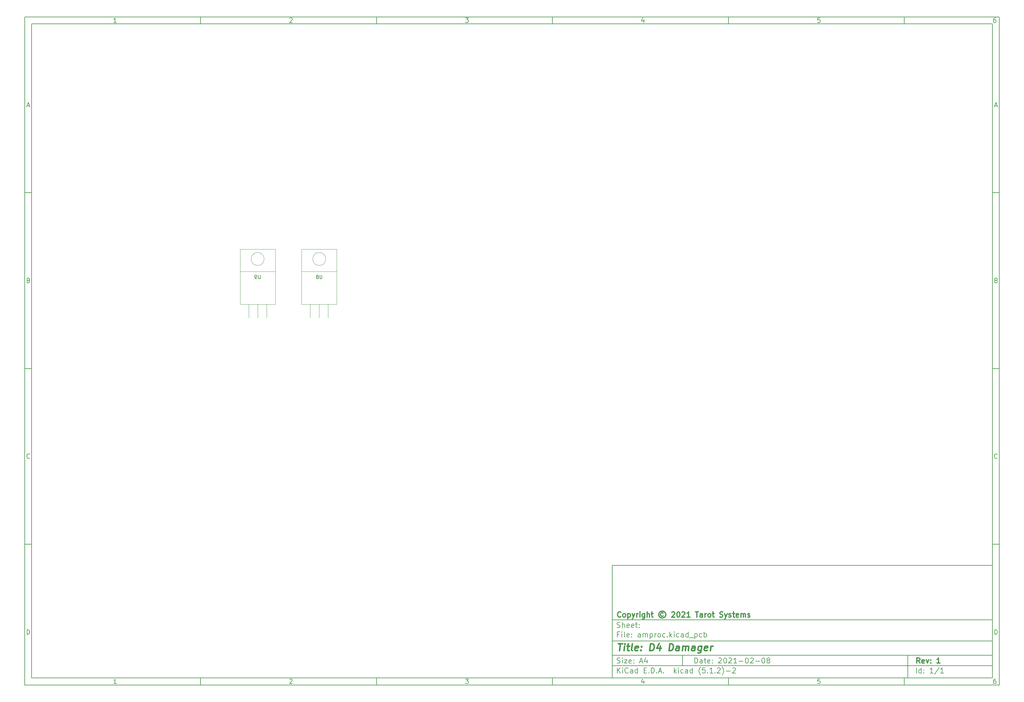
<source format=gbr>
G04 #@! TF.GenerationSoftware,KiCad,Pcbnew,(5.1.2)-2*
G04 #@! TF.CreationDate,2021-02-08T23:51:54+00:00*
G04 #@! TF.ProjectId,amproc,616d7072-6f63-42e6-9b69-6361645f7063,1*
G04 #@! TF.SameCoordinates,PX42c1d80PY7bfa480*
G04 #@! TF.FileFunction,Other,Fab,Bot*
%FSLAX46Y46*%
G04 Gerber Fmt 4.6, Leading zero omitted, Abs format (unit mm)*
G04 Created by KiCad (PCBNEW (5.1.2)-2) date 2021-02-08 23:51:54*
%MOMM*%
%LPD*%
G04 APERTURE LIST*
%ADD10C,0.100000*%
%ADD11C,0.150000*%
%ADD12C,0.300000*%
%ADD13C,0.400000*%
G04 APERTURE END LIST*
D10*
D11*
X107002200Y-36007200D02*
X107002200Y-68007200D01*
X215002200Y-68007200D01*
X215002200Y-36007200D01*
X107002200Y-36007200D01*
D10*
D11*
X-60000000Y120000000D02*
X-60000000Y-70007200D01*
X217002200Y-70007200D01*
X217002200Y120000000D01*
X-60000000Y120000000D01*
D10*
D11*
X-58000000Y118000000D02*
X-58000000Y-68007200D01*
X215002200Y-68007200D01*
X215002200Y118000000D01*
X-58000000Y118000000D01*
D10*
D11*
X-10000000Y118000000D02*
X-10000000Y120000000D01*
D10*
D11*
X40000000Y118000000D02*
X40000000Y120000000D01*
D10*
D11*
X90000000Y118000000D02*
X90000000Y120000000D01*
D10*
D11*
X140000000Y118000000D02*
X140000000Y120000000D01*
D10*
D11*
X190000000Y118000000D02*
X190000000Y120000000D01*
D10*
D11*
X-33934524Y118411905D02*
X-34677381Y118411905D01*
X-34305953Y118411905D02*
X-34305953Y119711905D01*
X-34429762Y119526191D01*
X-34553572Y119402381D01*
X-34677381Y119340477D01*
D10*
D11*
X15322619Y119588096D02*
X15384523Y119650000D01*
X15508333Y119711905D01*
X15817857Y119711905D01*
X15941666Y119650000D01*
X16003571Y119588096D01*
X16065476Y119464286D01*
X16065476Y119340477D01*
X16003571Y119154762D01*
X15260714Y118411905D01*
X16065476Y118411905D01*
D10*
D11*
X65260714Y119711905D02*
X66065476Y119711905D01*
X65632142Y119216667D01*
X65817857Y119216667D01*
X65941666Y119154762D01*
X66003571Y119092858D01*
X66065476Y118969048D01*
X66065476Y118659524D01*
X66003571Y118535715D01*
X65941666Y118473810D01*
X65817857Y118411905D01*
X65446428Y118411905D01*
X65322619Y118473810D01*
X65260714Y118535715D01*
D10*
D11*
X115941666Y119278572D02*
X115941666Y118411905D01*
X115632142Y119773810D02*
X115322619Y118845239D01*
X116127380Y118845239D01*
D10*
D11*
X166003571Y119711905D02*
X165384523Y119711905D01*
X165322619Y119092858D01*
X165384523Y119154762D01*
X165508333Y119216667D01*
X165817857Y119216667D01*
X165941666Y119154762D01*
X166003571Y119092858D01*
X166065476Y118969048D01*
X166065476Y118659524D01*
X166003571Y118535715D01*
X165941666Y118473810D01*
X165817857Y118411905D01*
X165508333Y118411905D01*
X165384523Y118473810D01*
X165322619Y118535715D01*
D10*
D11*
X215941666Y119711905D02*
X215694047Y119711905D01*
X215570238Y119650000D01*
X215508333Y119588096D01*
X215384523Y119402381D01*
X215322619Y119154762D01*
X215322619Y118659524D01*
X215384523Y118535715D01*
X215446428Y118473810D01*
X215570238Y118411905D01*
X215817857Y118411905D01*
X215941666Y118473810D01*
X216003571Y118535715D01*
X216065476Y118659524D01*
X216065476Y118969048D01*
X216003571Y119092858D01*
X215941666Y119154762D01*
X215817857Y119216667D01*
X215570238Y119216667D01*
X215446428Y119154762D01*
X215384523Y119092858D01*
X215322619Y118969048D01*
D10*
D11*
X-10000000Y-68007200D02*
X-10000000Y-70007200D01*
D10*
D11*
X40000000Y-68007200D02*
X40000000Y-70007200D01*
D10*
D11*
X90000000Y-68007200D02*
X90000000Y-70007200D01*
D10*
D11*
X140000000Y-68007200D02*
X140000000Y-70007200D01*
D10*
D11*
X190000000Y-68007200D02*
X190000000Y-70007200D01*
D10*
D11*
X-33934524Y-69595295D02*
X-34677381Y-69595295D01*
X-34305953Y-69595295D02*
X-34305953Y-68295295D01*
X-34429762Y-68481009D01*
X-34553572Y-68604819D01*
X-34677381Y-68666723D01*
D10*
D11*
X15322619Y-68419104D02*
X15384523Y-68357200D01*
X15508333Y-68295295D01*
X15817857Y-68295295D01*
X15941666Y-68357200D01*
X16003571Y-68419104D01*
X16065476Y-68542914D01*
X16065476Y-68666723D01*
X16003571Y-68852438D01*
X15260714Y-69595295D01*
X16065476Y-69595295D01*
D10*
D11*
X65260714Y-68295295D02*
X66065476Y-68295295D01*
X65632142Y-68790533D01*
X65817857Y-68790533D01*
X65941666Y-68852438D01*
X66003571Y-68914342D01*
X66065476Y-69038152D01*
X66065476Y-69347676D01*
X66003571Y-69471485D01*
X65941666Y-69533390D01*
X65817857Y-69595295D01*
X65446428Y-69595295D01*
X65322619Y-69533390D01*
X65260714Y-69471485D01*
D10*
D11*
X115941666Y-68728628D02*
X115941666Y-69595295D01*
X115632142Y-68233390D02*
X115322619Y-69161961D01*
X116127380Y-69161961D01*
D10*
D11*
X166003571Y-68295295D02*
X165384523Y-68295295D01*
X165322619Y-68914342D01*
X165384523Y-68852438D01*
X165508333Y-68790533D01*
X165817857Y-68790533D01*
X165941666Y-68852438D01*
X166003571Y-68914342D01*
X166065476Y-69038152D01*
X166065476Y-69347676D01*
X166003571Y-69471485D01*
X165941666Y-69533390D01*
X165817857Y-69595295D01*
X165508333Y-69595295D01*
X165384523Y-69533390D01*
X165322619Y-69471485D01*
D10*
D11*
X215941666Y-68295295D02*
X215694047Y-68295295D01*
X215570238Y-68357200D01*
X215508333Y-68419104D01*
X215384523Y-68604819D01*
X215322619Y-68852438D01*
X215322619Y-69347676D01*
X215384523Y-69471485D01*
X215446428Y-69533390D01*
X215570238Y-69595295D01*
X215817857Y-69595295D01*
X215941666Y-69533390D01*
X216003571Y-69471485D01*
X216065476Y-69347676D01*
X216065476Y-69038152D01*
X216003571Y-68914342D01*
X215941666Y-68852438D01*
X215817857Y-68790533D01*
X215570238Y-68790533D01*
X215446428Y-68852438D01*
X215384523Y-68914342D01*
X215322619Y-69038152D01*
D10*
D11*
X-60000000Y70000000D02*
X-58000000Y70000000D01*
D10*
D11*
X-60000000Y20000000D02*
X-58000000Y20000000D01*
D10*
D11*
X-60000000Y-30000000D02*
X-58000000Y-30000000D01*
D10*
D11*
X-59309524Y94783334D02*
X-58690477Y94783334D01*
X-59433334Y94411905D02*
X-59000000Y95711905D01*
X-58566667Y94411905D01*
D10*
D11*
X-58907143Y45092858D02*
X-58721429Y45030953D01*
X-58659524Y44969048D01*
X-58597620Y44845239D01*
X-58597620Y44659524D01*
X-58659524Y44535715D01*
X-58721429Y44473810D01*
X-58845239Y44411905D01*
X-59340477Y44411905D01*
X-59340477Y45711905D01*
X-58907143Y45711905D01*
X-58783334Y45650000D01*
X-58721429Y45588096D01*
X-58659524Y45464286D01*
X-58659524Y45340477D01*
X-58721429Y45216667D01*
X-58783334Y45154762D01*
X-58907143Y45092858D01*
X-59340477Y45092858D01*
D10*
D11*
X-58597620Y-5464285D02*
X-58659524Y-5526190D01*
X-58845239Y-5588095D01*
X-58969048Y-5588095D01*
X-59154762Y-5526190D01*
X-59278572Y-5402380D01*
X-59340477Y-5278571D01*
X-59402381Y-5030952D01*
X-59402381Y-4845238D01*
X-59340477Y-4597619D01*
X-59278572Y-4473809D01*
X-59154762Y-4350000D01*
X-58969048Y-4288095D01*
X-58845239Y-4288095D01*
X-58659524Y-4350000D01*
X-58597620Y-4411904D01*
D10*
D11*
X-59340477Y-55588095D02*
X-59340477Y-54288095D01*
X-59030953Y-54288095D01*
X-58845239Y-54350000D01*
X-58721429Y-54473809D01*
X-58659524Y-54597619D01*
X-58597620Y-54845238D01*
X-58597620Y-55030952D01*
X-58659524Y-55278571D01*
X-58721429Y-55402380D01*
X-58845239Y-55526190D01*
X-59030953Y-55588095D01*
X-59340477Y-55588095D01*
D10*
D11*
X217002200Y70000000D02*
X215002200Y70000000D01*
D10*
D11*
X217002200Y20000000D02*
X215002200Y20000000D01*
D10*
D11*
X217002200Y-30000000D02*
X215002200Y-30000000D01*
D10*
D11*
X215692676Y94783334D02*
X216311723Y94783334D01*
X215568866Y94411905D02*
X216002200Y95711905D01*
X216435533Y94411905D01*
D10*
D11*
X216095057Y45092858D02*
X216280771Y45030953D01*
X216342676Y44969048D01*
X216404580Y44845239D01*
X216404580Y44659524D01*
X216342676Y44535715D01*
X216280771Y44473810D01*
X216156961Y44411905D01*
X215661723Y44411905D01*
X215661723Y45711905D01*
X216095057Y45711905D01*
X216218866Y45650000D01*
X216280771Y45588096D01*
X216342676Y45464286D01*
X216342676Y45340477D01*
X216280771Y45216667D01*
X216218866Y45154762D01*
X216095057Y45092858D01*
X215661723Y45092858D01*
D10*
D11*
X216404580Y-5464285D02*
X216342676Y-5526190D01*
X216156961Y-5588095D01*
X216033152Y-5588095D01*
X215847438Y-5526190D01*
X215723628Y-5402380D01*
X215661723Y-5278571D01*
X215599819Y-5030952D01*
X215599819Y-4845238D01*
X215661723Y-4597619D01*
X215723628Y-4473809D01*
X215847438Y-4350000D01*
X216033152Y-4288095D01*
X216156961Y-4288095D01*
X216342676Y-4350000D01*
X216404580Y-4411904D01*
D10*
D11*
X215661723Y-55588095D02*
X215661723Y-54288095D01*
X215971247Y-54288095D01*
X216156961Y-54350000D01*
X216280771Y-54473809D01*
X216342676Y-54597619D01*
X216404580Y-54845238D01*
X216404580Y-55030952D01*
X216342676Y-55278571D01*
X216280771Y-55402380D01*
X216156961Y-55526190D01*
X215971247Y-55588095D01*
X215661723Y-55588095D01*
D10*
D11*
X130434342Y-63785771D02*
X130434342Y-62285771D01*
X130791485Y-62285771D01*
X131005771Y-62357200D01*
X131148628Y-62500057D01*
X131220057Y-62642914D01*
X131291485Y-62928628D01*
X131291485Y-63142914D01*
X131220057Y-63428628D01*
X131148628Y-63571485D01*
X131005771Y-63714342D01*
X130791485Y-63785771D01*
X130434342Y-63785771D01*
X132577200Y-63785771D02*
X132577200Y-63000057D01*
X132505771Y-62857200D01*
X132362914Y-62785771D01*
X132077200Y-62785771D01*
X131934342Y-62857200D01*
X132577200Y-63714342D02*
X132434342Y-63785771D01*
X132077200Y-63785771D01*
X131934342Y-63714342D01*
X131862914Y-63571485D01*
X131862914Y-63428628D01*
X131934342Y-63285771D01*
X132077200Y-63214342D01*
X132434342Y-63214342D01*
X132577200Y-63142914D01*
X133077200Y-62785771D02*
X133648628Y-62785771D01*
X133291485Y-62285771D02*
X133291485Y-63571485D01*
X133362914Y-63714342D01*
X133505771Y-63785771D01*
X133648628Y-63785771D01*
X134720057Y-63714342D02*
X134577200Y-63785771D01*
X134291485Y-63785771D01*
X134148628Y-63714342D01*
X134077200Y-63571485D01*
X134077200Y-63000057D01*
X134148628Y-62857200D01*
X134291485Y-62785771D01*
X134577200Y-62785771D01*
X134720057Y-62857200D01*
X134791485Y-63000057D01*
X134791485Y-63142914D01*
X134077200Y-63285771D01*
X135434342Y-63642914D02*
X135505771Y-63714342D01*
X135434342Y-63785771D01*
X135362914Y-63714342D01*
X135434342Y-63642914D01*
X135434342Y-63785771D01*
X135434342Y-62857200D02*
X135505771Y-62928628D01*
X135434342Y-63000057D01*
X135362914Y-62928628D01*
X135434342Y-62857200D01*
X135434342Y-63000057D01*
X137220057Y-62428628D02*
X137291485Y-62357200D01*
X137434342Y-62285771D01*
X137791485Y-62285771D01*
X137934342Y-62357200D01*
X138005771Y-62428628D01*
X138077200Y-62571485D01*
X138077200Y-62714342D01*
X138005771Y-62928628D01*
X137148628Y-63785771D01*
X138077200Y-63785771D01*
X139005771Y-62285771D02*
X139148628Y-62285771D01*
X139291485Y-62357200D01*
X139362914Y-62428628D01*
X139434342Y-62571485D01*
X139505771Y-62857200D01*
X139505771Y-63214342D01*
X139434342Y-63500057D01*
X139362914Y-63642914D01*
X139291485Y-63714342D01*
X139148628Y-63785771D01*
X139005771Y-63785771D01*
X138862914Y-63714342D01*
X138791485Y-63642914D01*
X138720057Y-63500057D01*
X138648628Y-63214342D01*
X138648628Y-62857200D01*
X138720057Y-62571485D01*
X138791485Y-62428628D01*
X138862914Y-62357200D01*
X139005771Y-62285771D01*
X140077200Y-62428628D02*
X140148628Y-62357200D01*
X140291485Y-62285771D01*
X140648628Y-62285771D01*
X140791485Y-62357200D01*
X140862914Y-62428628D01*
X140934342Y-62571485D01*
X140934342Y-62714342D01*
X140862914Y-62928628D01*
X140005771Y-63785771D01*
X140934342Y-63785771D01*
X142362914Y-63785771D02*
X141505771Y-63785771D01*
X141934342Y-63785771D02*
X141934342Y-62285771D01*
X141791485Y-62500057D01*
X141648628Y-62642914D01*
X141505771Y-62714342D01*
X143005771Y-63214342D02*
X144148628Y-63214342D01*
X145148628Y-62285771D02*
X145291485Y-62285771D01*
X145434342Y-62357200D01*
X145505771Y-62428628D01*
X145577200Y-62571485D01*
X145648628Y-62857200D01*
X145648628Y-63214342D01*
X145577200Y-63500057D01*
X145505771Y-63642914D01*
X145434342Y-63714342D01*
X145291485Y-63785771D01*
X145148628Y-63785771D01*
X145005771Y-63714342D01*
X144934342Y-63642914D01*
X144862914Y-63500057D01*
X144791485Y-63214342D01*
X144791485Y-62857200D01*
X144862914Y-62571485D01*
X144934342Y-62428628D01*
X145005771Y-62357200D01*
X145148628Y-62285771D01*
X146220057Y-62428628D02*
X146291485Y-62357200D01*
X146434342Y-62285771D01*
X146791485Y-62285771D01*
X146934342Y-62357200D01*
X147005771Y-62428628D01*
X147077200Y-62571485D01*
X147077200Y-62714342D01*
X147005771Y-62928628D01*
X146148628Y-63785771D01*
X147077200Y-63785771D01*
X147720057Y-63214342D02*
X148862914Y-63214342D01*
X149862914Y-62285771D02*
X150005771Y-62285771D01*
X150148628Y-62357200D01*
X150220057Y-62428628D01*
X150291485Y-62571485D01*
X150362914Y-62857200D01*
X150362914Y-63214342D01*
X150291485Y-63500057D01*
X150220057Y-63642914D01*
X150148628Y-63714342D01*
X150005771Y-63785771D01*
X149862914Y-63785771D01*
X149720057Y-63714342D01*
X149648628Y-63642914D01*
X149577200Y-63500057D01*
X149505771Y-63214342D01*
X149505771Y-62857200D01*
X149577200Y-62571485D01*
X149648628Y-62428628D01*
X149720057Y-62357200D01*
X149862914Y-62285771D01*
X151220057Y-62928628D02*
X151077200Y-62857200D01*
X151005771Y-62785771D01*
X150934342Y-62642914D01*
X150934342Y-62571485D01*
X151005771Y-62428628D01*
X151077200Y-62357200D01*
X151220057Y-62285771D01*
X151505771Y-62285771D01*
X151648628Y-62357200D01*
X151720057Y-62428628D01*
X151791485Y-62571485D01*
X151791485Y-62642914D01*
X151720057Y-62785771D01*
X151648628Y-62857200D01*
X151505771Y-62928628D01*
X151220057Y-62928628D01*
X151077200Y-63000057D01*
X151005771Y-63071485D01*
X150934342Y-63214342D01*
X150934342Y-63500057D01*
X151005771Y-63642914D01*
X151077200Y-63714342D01*
X151220057Y-63785771D01*
X151505771Y-63785771D01*
X151648628Y-63714342D01*
X151720057Y-63642914D01*
X151791485Y-63500057D01*
X151791485Y-63214342D01*
X151720057Y-63071485D01*
X151648628Y-63000057D01*
X151505771Y-62928628D01*
D10*
D11*
X107002200Y-64507200D02*
X215002200Y-64507200D01*
D10*
D11*
X108434342Y-66585771D02*
X108434342Y-65085771D01*
X109291485Y-66585771D02*
X108648628Y-65728628D01*
X109291485Y-65085771D02*
X108434342Y-65942914D01*
X109934342Y-66585771D02*
X109934342Y-65585771D01*
X109934342Y-65085771D02*
X109862914Y-65157200D01*
X109934342Y-65228628D01*
X110005771Y-65157200D01*
X109934342Y-65085771D01*
X109934342Y-65228628D01*
X111505771Y-66442914D02*
X111434342Y-66514342D01*
X111220057Y-66585771D01*
X111077200Y-66585771D01*
X110862914Y-66514342D01*
X110720057Y-66371485D01*
X110648628Y-66228628D01*
X110577200Y-65942914D01*
X110577200Y-65728628D01*
X110648628Y-65442914D01*
X110720057Y-65300057D01*
X110862914Y-65157200D01*
X111077200Y-65085771D01*
X111220057Y-65085771D01*
X111434342Y-65157200D01*
X111505771Y-65228628D01*
X112791485Y-66585771D02*
X112791485Y-65800057D01*
X112720057Y-65657200D01*
X112577200Y-65585771D01*
X112291485Y-65585771D01*
X112148628Y-65657200D01*
X112791485Y-66514342D02*
X112648628Y-66585771D01*
X112291485Y-66585771D01*
X112148628Y-66514342D01*
X112077200Y-66371485D01*
X112077200Y-66228628D01*
X112148628Y-66085771D01*
X112291485Y-66014342D01*
X112648628Y-66014342D01*
X112791485Y-65942914D01*
X114148628Y-66585771D02*
X114148628Y-65085771D01*
X114148628Y-66514342D02*
X114005771Y-66585771D01*
X113720057Y-66585771D01*
X113577200Y-66514342D01*
X113505771Y-66442914D01*
X113434342Y-66300057D01*
X113434342Y-65871485D01*
X113505771Y-65728628D01*
X113577200Y-65657200D01*
X113720057Y-65585771D01*
X114005771Y-65585771D01*
X114148628Y-65657200D01*
X116005771Y-65800057D02*
X116505771Y-65800057D01*
X116720057Y-66585771D02*
X116005771Y-66585771D01*
X116005771Y-65085771D01*
X116720057Y-65085771D01*
X117362914Y-66442914D02*
X117434342Y-66514342D01*
X117362914Y-66585771D01*
X117291485Y-66514342D01*
X117362914Y-66442914D01*
X117362914Y-66585771D01*
X118077200Y-66585771D02*
X118077200Y-65085771D01*
X118434342Y-65085771D01*
X118648628Y-65157200D01*
X118791485Y-65300057D01*
X118862914Y-65442914D01*
X118934342Y-65728628D01*
X118934342Y-65942914D01*
X118862914Y-66228628D01*
X118791485Y-66371485D01*
X118648628Y-66514342D01*
X118434342Y-66585771D01*
X118077200Y-66585771D01*
X119577200Y-66442914D02*
X119648628Y-66514342D01*
X119577200Y-66585771D01*
X119505771Y-66514342D01*
X119577200Y-66442914D01*
X119577200Y-66585771D01*
X120220057Y-66157200D02*
X120934342Y-66157200D01*
X120077200Y-66585771D02*
X120577200Y-65085771D01*
X121077200Y-66585771D01*
X121577200Y-66442914D02*
X121648628Y-66514342D01*
X121577200Y-66585771D01*
X121505771Y-66514342D01*
X121577200Y-66442914D01*
X121577200Y-66585771D01*
X124577200Y-66585771D02*
X124577200Y-65085771D01*
X124720057Y-66014342D02*
X125148628Y-66585771D01*
X125148628Y-65585771D02*
X124577200Y-66157200D01*
X125791485Y-66585771D02*
X125791485Y-65585771D01*
X125791485Y-65085771D02*
X125720057Y-65157200D01*
X125791485Y-65228628D01*
X125862914Y-65157200D01*
X125791485Y-65085771D01*
X125791485Y-65228628D01*
X127148628Y-66514342D02*
X127005771Y-66585771D01*
X126720057Y-66585771D01*
X126577200Y-66514342D01*
X126505771Y-66442914D01*
X126434342Y-66300057D01*
X126434342Y-65871485D01*
X126505771Y-65728628D01*
X126577200Y-65657200D01*
X126720057Y-65585771D01*
X127005771Y-65585771D01*
X127148628Y-65657200D01*
X128434342Y-66585771D02*
X128434342Y-65800057D01*
X128362914Y-65657200D01*
X128220057Y-65585771D01*
X127934342Y-65585771D01*
X127791485Y-65657200D01*
X128434342Y-66514342D02*
X128291485Y-66585771D01*
X127934342Y-66585771D01*
X127791485Y-66514342D01*
X127720057Y-66371485D01*
X127720057Y-66228628D01*
X127791485Y-66085771D01*
X127934342Y-66014342D01*
X128291485Y-66014342D01*
X128434342Y-65942914D01*
X129791485Y-66585771D02*
X129791485Y-65085771D01*
X129791485Y-66514342D02*
X129648628Y-66585771D01*
X129362914Y-66585771D01*
X129220057Y-66514342D01*
X129148628Y-66442914D01*
X129077200Y-66300057D01*
X129077200Y-65871485D01*
X129148628Y-65728628D01*
X129220057Y-65657200D01*
X129362914Y-65585771D01*
X129648628Y-65585771D01*
X129791485Y-65657200D01*
X132077200Y-67157200D02*
X132005771Y-67085771D01*
X131862914Y-66871485D01*
X131791485Y-66728628D01*
X131720057Y-66514342D01*
X131648628Y-66157200D01*
X131648628Y-65871485D01*
X131720057Y-65514342D01*
X131791485Y-65300057D01*
X131862914Y-65157200D01*
X132005771Y-64942914D01*
X132077200Y-64871485D01*
X133362914Y-65085771D02*
X132648628Y-65085771D01*
X132577200Y-65800057D01*
X132648628Y-65728628D01*
X132791485Y-65657200D01*
X133148628Y-65657200D01*
X133291485Y-65728628D01*
X133362914Y-65800057D01*
X133434342Y-65942914D01*
X133434342Y-66300057D01*
X133362914Y-66442914D01*
X133291485Y-66514342D01*
X133148628Y-66585771D01*
X132791485Y-66585771D01*
X132648628Y-66514342D01*
X132577200Y-66442914D01*
X134077200Y-66442914D02*
X134148628Y-66514342D01*
X134077200Y-66585771D01*
X134005771Y-66514342D01*
X134077200Y-66442914D01*
X134077200Y-66585771D01*
X135577200Y-66585771D02*
X134720057Y-66585771D01*
X135148628Y-66585771D02*
X135148628Y-65085771D01*
X135005771Y-65300057D01*
X134862914Y-65442914D01*
X134720057Y-65514342D01*
X136220057Y-66442914D02*
X136291485Y-66514342D01*
X136220057Y-66585771D01*
X136148628Y-66514342D01*
X136220057Y-66442914D01*
X136220057Y-66585771D01*
X136862914Y-65228628D02*
X136934342Y-65157200D01*
X137077200Y-65085771D01*
X137434342Y-65085771D01*
X137577200Y-65157200D01*
X137648628Y-65228628D01*
X137720057Y-65371485D01*
X137720057Y-65514342D01*
X137648628Y-65728628D01*
X136791485Y-66585771D01*
X137720057Y-66585771D01*
X138220057Y-67157200D02*
X138291485Y-67085771D01*
X138434342Y-66871485D01*
X138505771Y-66728628D01*
X138577200Y-66514342D01*
X138648628Y-66157200D01*
X138648628Y-65871485D01*
X138577200Y-65514342D01*
X138505771Y-65300057D01*
X138434342Y-65157200D01*
X138291485Y-64942914D01*
X138220057Y-64871485D01*
X139362914Y-66014342D02*
X140505771Y-66014342D01*
X141148628Y-65228628D02*
X141220057Y-65157200D01*
X141362914Y-65085771D01*
X141720057Y-65085771D01*
X141862914Y-65157200D01*
X141934342Y-65228628D01*
X142005771Y-65371485D01*
X142005771Y-65514342D01*
X141934342Y-65728628D01*
X141077200Y-66585771D01*
X142005771Y-66585771D01*
D10*
D11*
X107002200Y-61507200D02*
X215002200Y-61507200D01*
D10*
D12*
X194411485Y-63785771D02*
X193911485Y-63071485D01*
X193554342Y-63785771D02*
X193554342Y-62285771D01*
X194125771Y-62285771D01*
X194268628Y-62357200D01*
X194340057Y-62428628D01*
X194411485Y-62571485D01*
X194411485Y-62785771D01*
X194340057Y-62928628D01*
X194268628Y-63000057D01*
X194125771Y-63071485D01*
X193554342Y-63071485D01*
X195625771Y-63714342D02*
X195482914Y-63785771D01*
X195197200Y-63785771D01*
X195054342Y-63714342D01*
X194982914Y-63571485D01*
X194982914Y-63000057D01*
X195054342Y-62857200D01*
X195197200Y-62785771D01*
X195482914Y-62785771D01*
X195625771Y-62857200D01*
X195697200Y-63000057D01*
X195697200Y-63142914D01*
X194982914Y-63285771D01*
X196197200Y-62785771D02*
X196554342Y-63785771D01*
X196911485Y-62785771D01*
X197482914Y-63642914D02*
X197554342Y-63714342D01*
X197482914Y-63785771D01*
X197411485Y-63714342D01*
X197482914Y-63642914D01*
X197482914Y-63785771D01*
X197482914Y-62857200D02*
X197554342Y-62928628D01*
X197482914Y-63000057D01*
X197411485Y-62928628D01*
X197482914Y-62857200D01*
X197482914Y-63000057D01*
X200125771Y-63785771D02*
X199268628Y-63785771D01*
X199697200Y-63785771D02*
X199697200Y-62285771D01*
X199554342Y-62500057D01*
X199411485Y-62642914D01*
X199268628Y-62714342D01*
D10*
D11*
X108362914Y-63714342D02*
X108577200Y-63785771D01*
X108934342Y-63785771D01*
X109077200Y-63714342D01*
X109148628Y-63642914D01*
X109220057Y-63500057D01*
X109220057Y-63357200D01*
X109148628Y-63214342D01*
X109077200Y-63142914D01*
X108934342Y-63071485D01*
X108648628Y-63000057D01*
X108505771Y-62928628D01*
X108434342Y-62857200D01*
X108362914Y-62714342D01*
X108362914Y-62571485D01*
X108434342Y-62428628D01*
X108505771Y-62357200D01*
X108648628Y-62285771D01*
X109005771Y-62285771D01*
X109220057Y-62357200D01*
X109862914Y-63785771D02*
X109862914Y-62785771D01*
X109862914Y-62285771D02*
X109791485Y-62357200D01*
X109862914Y-62428628D01*
X109934342Y-62357200D01*
X109862914Y-62285771D01*
X109862914Y-62428628D01*
X110434342Y-62785771D02*
X111220057Y-62785771D01*
X110434342Y-63785771D01*
X111220057Y-63785771D01*
X112362914Y-63714342D02*
X112220057Y-63785771D01*
X111934342Y-63785771D01*
X111791485Y-63714342D01*
X111720057Y-63571485D01*
X111720057Y-63000057D01*
X111791485Y-62857200D01*
X111934342Y-62785771D01*
X112220057Y-62785771D01*
X112362914Y-62857200D01*
X112434342Y-63000057D01*
X112434342Y-63142914D01*
X111720057Y-63285771D01*
X113077200Y-63642914D02*
X113148628Y-63714342D01*
X113077200Y-63785771D01*
X113005771Y-63714342D01*
X113077200Y-63642914D01*
X113077200Y-63785771D01*
X113077200Y-62857200D02*
X113148628Y-62928628D01*
X113077200Y-63000057D01*
X113005771Y-62928628D01*
X113077200Y-62857200D01*
X113077200Y-63000057D01*
X114862914Y-63357200D02*
X115577200Y-63357200D01*
X114720057Y-63785771D02*
X115220057Y-62285771D01*
X115720057Y-63785771D01*
X116862914Y-62785771D02*
X116862914Y-63785771D01*
X116505771Y-62214342D02*
X116148628Y-63285771D01*
X117077200Y-63285771D01*
D10*
D11*
X193434342Y-66585771D02*
X193434342Y-65085771D01*
X194791485Y-66585771D02*
X194791485Y-65085771D01*
X194791485Y-66514342D02*
X194648628Y-66585771D01*
X194362914Y-66585771D01*
X194220057Y-66514342D01*
X194148628Y-66442914D01*
X194077200Y-66300057D01*
X194077200Y-65871485D01*
X194148628Y-65728628D01*
X194220057Y-65657200D01*
X194362914Y-65585771D01*
X194648628Y-65585771D01*
X194791485Y-65657200D01*
X195505771Y-66442914D02*
X195577200Y-66514342D01*
X195505771Y-66585771D01*
X195434342Y-66514342D01*
X195505771Y-66442914D01*
X195505771Y-66585771D01*
X195505771Y-65657200D02*
X195577200Y-65728628D01*
X195505771Y-65800057D01*
X195434342Y-65728628D01*
X195505771Y-65657200D01*
X195505771Y-65800057D01*
X198148628Y-66585771D02*
X197291485Y-66585771D01*
X197720057Y-66585771D02*
X197720057Y-65085771D01*
X197577200Y-65300057D01*
X197434342Y-65442914D01*
X197291485Y-65514342D01*
X199862914Y-65014342D02*
X198577200Y-66942914D01*
X201148628Y-66585771D02*
X200291485Y-66585771D01*
X200720057Y-66585771D02*
X200720057Y-65085771D01*
X200577200Y-65300057D01*
X200434342Y-65442914D01*
X200291485Y-65514342D01*
D10*
D11*
X107002200Y-57507200D02*
X215002200Y-57507200D01*
D10*
D13*
X108714580Y-58211961D02*
X109857438Y-58211961D01*
X109036009Y-60211961D02*
X109286009Y-58211961D01*
X110274104Y-60211961D02*
X110440771Y-58878628D01*
X110524104Y-58211961D02*
X110416961Y-58307200D01*
X110500295Y-58402438D01*
X110607438Y-58307200D01*
X110524104Y-58211961D01*
X110500295Y-58402438D01*
X111107438Y-58878628D02*
X111869342Y-58878628D01*
X111476485Y-58211961D02*
X111262200Y-59926247D01*
X111333628Y-60116723D01*
X111512200Y-60211961D01*
X111702676Y-60211961D01*
X112655057Y-60211961D02*
X112476485Y-60116723D01*
X112405057Y-59926247D01*
X112619342Y-58211961D01*
X114190771Y-60116723D02*
X113988390Y-60211961D01*
X113607438Y-60211961D01*
X113428866Y-60116723D01*
X113357438Y-59926247D01*
X113452676Y-59164342D01*
X113571723Y-58973866D01*
X113774104Y-58878628D01*
X114155057Y-58878628D01*
X114333628Y-58973866D01*
X114405057Y-59164342D01*
X114381247Y-59354819D01*
X113405057Y-59545295D01*
X115155057Y-60021485D02*
X115238390Y-60116723D01*
X115131247Y-60211961D01*
X115047914Y-60116723D01*
X115155057Y-60021485D01*
X115131247Y-60211961D01*
X115286009Y-58973866D02*
X115369342Y-59069104D01*
X115262200Y-59164342D01*
X115178866Y-59069104D01*
X115286009Y-58973866D01*
X115262200Y-59164342D01*
X117607438Y-60211961D02*
X117857438Y-58211961D01*
X118333628Y-58211961D01*
X118607438Y-58307200D01*
X118774104Y-58497676D01*
X118845533Y-58688152D01*
X118893152Y-59069104D01*
X118857438Y-59354819D01*
X118714580Y-59735771D01*
X118595533Y-59926247D01*
X118381247Y-60116723D01*
X118083628Y-60211961D01*
X117607438Y-60211961D01*
X120631247Y-58878628D02*
X120464580Y-60211961D01*
X120250295Y-58116723D02*
X119595533Y-59545295D01*
X120833628Y-59545295D01*
X123036009Y-60211961D02*
X123286009Y-58211961D01*
X123762200Y-58211961D01*
X124036009Y-58307200D01*
X124202676Y-58497676D01*
X124274104Y-58688152D01*
X124321723Y-59069104D01*
X124286009Y-59354819D01*
X124143152Y-59735771D01*
X124024104Y-59926247D01*
X123809819Y-60116723D01*
X123512200Y-60211961D01*
X123036009Y-60211961D01*
X125893152Y-60211961D02*
X126024104Y-59164342D01*
X125952676Y-58973866D01*
X125774104Y-58878628D01*
X125393152Y-58878628D01*
X125190771Y-58973866D01*
X125905057Y-60116723D02*
X125702676Y-60211961D01*
X125226485Y-60211961D01*
X125047914Y-60116723D01*
X124976485Y-59926247D01*
X125000295Y-59735771D01*
X125119342Y-59545295D01*
X125321723Y-59450057D01*
X125797914Y-59450057D01*
X126000295Y-59354819D01*
X126845533Y-60211961D02*
X127012200Y-58878628D01*
X126988390Y-59069104D02*
X127095533Y-58973866D01*
X127297914Y-58878628D01*
X127583628Y-58878628D01*
X127762200Y-58973866D01*
X127833628Y-59164342D01*
X127702676Y-60211961D01*
X127833628Y-59164342D02*
X127952676Y-58973866D01*
X128155057Y-58878628D01*
X128440771Y-58878628D01*
X128619342Y-58973866D01*
X128690771Y-59164342D01*
X128559819Y-60211961D01*
X130369342Y-60211961D02*
X130500295Y-59164342D01*
X130428866Y-58973866D01*
X130250295Y-58878628D01*
X129869342Y-58878628D01*
X129666961Y-58973866D01*
X130381247Y-60116723D02*
X130178866Y-60211961D01*
X129702676Y-60211961D01*
X129524104Y-60116723D01*
X129452676Y-59926247D01*
X129476485Y-59735771D01*
X129595533Y-59545295D01*
X129797914Y-59450057D01*
X130274104Y-59450057D01*
X130476485Y-59354819D01*
X132345533Y-58878628D02*
X132143152Y-60497676D01*
X132024104Y-60688152D01*
X131916961Y-60783390D01*
X131714580Y-60878628D01*
X131428866Y-60878628D01*
X131250295Y-60783390D01*
X132190771Y-60116723D02*
X131988390Y-60211961D01*
X131607438Y-60211961D01*
X131428866Y-60116723D01*
X131345533Y-60021485D01*
X131274104Y-59831009D01*
X131345533Y-59259580D01*
X131464580Y-59069104D01*
X131571723Y-58973866D01*
X131774104Y-58878628D01*
X132155057Y-58878628D01*
X132333628Y-58973866D01*
X133905057Y-60116723D02*
X133702676Y-60211961D01*
X133321723Y-60211961D01*
X133143152Y-60116723D01*
X133071723Y-59926247D01*
X133166961Y-59164342D01*
X133286009Y-58973866D01*
X133488390Y-58878628D01*
X133869342Y-58878628D01*
X134047914Y-58973866D01*
X134119342Y-59164342D01*
X134095533Y-59354819D01*
X133119342Y-59545295D01*
X134845533Y-60211961D02*
X135012200Y-58878628D01*
X134964580Y-59259580D02*
X135083628Y-59069104D01*
X135190771Y-58973866D01*
X135393152Y-58878628D01*
X135583628Y-58878628D01*
D10*
D11*
X108934342Y-55600057D02*
X108434342Y-55600057D01*
X108434342Y-56385771D02*
X108434342Y-54885771D01*
X109148628Y-54885771D01*
X109720057Y-56385771D02*
X109720057Y-55385771D01*
X109720057Y-54885771D02*
X109648628Y-54957200D01*
X109720057Y-55028628D01*
X109791485Y-54957200D01*
X109720057Y-54885771D01*
X109720057Y-55028628D01*
X110648628Y-56385771D02*
X110505771Y-56314342D01*
X110434342Y-56171485D01*
X110434342Y-54885771D01*
X111791485Y-56314342D02*
X111648628Y-56385771D01*
X111362914Y-56385771D01*
X111220057Y-56314342D01*
X111148628Y-56171485D01*
X111148628Y-55600057D01*
X111220057Y-55457200D01*
X111362914Y-55385771D01*
X111648628Y-55385771D01*
X111791485Y-55457200D01*
X111862914Y-55600057D01*
X111862914Y-55742914D01*
X111148628Y-55885771D01*
X112505771Y-56242914D02*
X112577200Y-56314342D01*
X112505771Y-56385771D01*
X112434342Y-56314342D01*
X112505771Y-56242914D01*
X112505771Y-56385771D01*
X112505771Y-55457200D02*
X112577200Y-55528628D01*
X112505771Y-55600057D01*
X112434342Y-55528628D01*
X112505771Y-55457200D01*
X112505771Y-55600057D01*
X115005771Y-56385771D02*
X115005771Y-55600057D01*
X114934342Y-55457200D01*
X114791485Y-55385771D01*
X114505771Y-55385771D01*
X114362914Y-55457200D01*
X115005771Y-56314342D02*
X114862914Y-56385771D01*
X114505771Y-56385771D01*
X114362914Y-56314342D01*
X114291485Y-56171485D01*
X114291485Y-56028628D01*
X114362914Y-55885771D01*
X114505771Y-55814342D01*
X114862914Y-55814342D01*
X115005771Y-55742914D01*
X115720057Y-56385771D02*
X115720057Y-55385771D01*
X115720057Y-55528628D02*
X115791485Y-55457200D01*
X115934342Y-55385771D01*
X116148628Y-55385771D01*
X116291485Y-55457200D01*
X116362914Y-55600057D01*
X116362914Y-56385771D01*
X116362914Y-55600057D02*
X116434342Y-55457200D01*
X116577200Y-55385771D01*
X116791485Y-55385771D01*
X116934342Y-55457200D01*
X117005771Y-55600057D01*
X117005771Y-56385771D01*
X117720057Y-55385771D02*
X117720057Y-56885771D01*
X117720057Y-55457200D02*
X117862914Y-55385771D01*
X118148628Y-55385771D01*
X118291485Y-55457200D01*
X118362914Y-55528628D01*
X118434342Y-55671485D01*
X118434342Y-56100057D01*
X118362914Y-56242914D01*
X118291485Y-56314342D01*
X118148628Y-56385771D01*
X117862914Y-56385771D01*
X117720057Y-56314342D01*
X119077200Y-56385771D02*
X119077200Y-55385771D01*
X119077200Y-55671485D02*
X119148628Y-55528628D01*
X119220057Y-55457200D01*
X119362914Y-55385771D01*
X119505771Y-55385771D01*
X120220057Y-56385771D02*
X120077200Y-56314342D01*
X120005771Y-56242914D01*
X119934342Y-56100057D01*
X119934342Y-55671485D01*
X120005771Y-55528628D01*
X120077200Y-55457200D01*
X120220057Y-55385771D01*
X120434342Y-55385771D01*
X120577200Y-55457200D01*
X120648628Y-55528628D01*
X120720057Y-55671485D01*
X120720057Y-56100057D01*
X120648628Y-56242914D01*
X120577200Y-56314342D01*
X120434342Y-56385771D01*
X120220057Y-56385771D01*
X122005771Y-56314342D02*
X121862914Y-56385771D01*
X121577200Y-56385771D01*
X121434342Y-56314342D01*
X121362914Y-56242914D01*
X121291485Y-56100057D01*
X121291485Y-55671485D01*
X121362914Y-55528628D01*
X121434342Y-55457200D01*
X121577200Y-55385771D01*
X121862914Y-55385771D01*
X122005771Y-55457200D01*
X122648628Y-56242914D02*
X122720057Y-56314342D01*
X122648628Y-56385771D01*
X122577200Y-56314342D01*
X122648628Y-56242914D01*
X122648628Y-56385771D01*
X123362914Y-56385771D02*
X123362914Y-54885771D01*
X123505771Y-55814342D02*
X123934342Y-56385771D01*
X123934342Y-55385771D02*
X123362914Y-55957200D01*
X124577200Y-56385771D02*
X124577200Y-55385771D01*
X124577200Y-54885771D02*
X124505771Y-54957200D01*
X124577200Y-55028628D01*
X124648628Y-54957200D01*
X124577200Y-54885771D01*
X124577200Y-55028628D01*
X125934342Y-56314342D02*
X125791485Y-56385771D01*
X125505771Y-56385771D01*
X125362914Y-56314342D01*
X125291485Y-56242914D01*
X125220057Y-56100057D01*
X125220057Y-55671485D01*
X125291485Y-55528628D01*
X125362914Y-55457200D01*
X125505771Y-55385771D01*
X125791485Y-55385771D01*
X125934342Y-55457200D01*
X127220057Y-56385771D02*
X127220057Y-55600057D01*
X127148628Y-55457200D01*
X127005771Y-55385771D01*
X126720057Y-55385771D01*
X126577200Y-55457200D01*
X127220057Y-56314342D02*
X127077200Y-56385771D01*
X126720057Y-56385771D01*
X126577200Y-56314342D01*
X126505771Y-56171485D01*
X126505771Y-56028628D01*
X126577200Y-55885771D01*
X126720057Y-55814342D01*
X127077200Y-55814342D01*
X127220057Y-55742914D01*
X128577200Y-56385771D02*
X128577200Y-54885771D01*
X128577200Y-56314342D02*
X128434342Y-56385771D01*
X128148628Y-56385771D01*
X128005771Y-56314342D01*
X127934342Y-56242914D01*
X127862914Y-56100057D01*
X127862914Y-55671485D01*
X127934342Y-55528628D01*
X128005771Y-55457200D01*
X128148628Y-55385771D01*
X128434342Y-55385771D01*
X128577200Y-55457200D01*
X128934342Y-56528628D02*
X130077200Y-56528628D01*
X130434342Y-55385771D02*
X130434342Y-56885771D01*
X130434342Y-55457200D02*
X130577200Y-55385771D01*
X130862914Y-55385771D01*
X131005771Y-55457200D01*
X131077200Y-55528628D01*
X131148628Y-55671485D01*
X131148628Y-56100057D01*
X131077200Y-56242914D01*
X131005771Y-56314342D01*
X130862914Y-56385771D01*
X130577200Y-56385771D01*
X130434342Y-56314342D01*
X132434342Y-56314342D02*
X132291485Y-56385771D01*
X132005771Y-56385771D01*
X131862914Y-56314342D01*
X131791485Y-56242914D01*
X131720057Y-56100057D01*
X131720057Y-55671485D01*
X131791485Y-55528628D01*
X131862914Y-55457200D01*
X132005771Y-55385771D01*
X132291485Y-55385771D01*
X132434342Y-55457200D01*
X133077200Y-56385771D02*
X133077200Y-54885771D01*
X133077200Y-55457200D02*
X133220057Y-55385771D01*
X133505771Y-55385771D01*
X133648628Y-55457200D01*
X133720057Y-55528628D01*
X133791485Y-55671485D01*
X133791485Y-56100057D01*
X133720057Y-56242914D01*
X133648628Y-56314342D01*
X133505771Y-56385771D01*
X133220057Y-56385771D01*
X133077200Y-56314342D01*
D10*
D11*
X107002200Y-51507200D02*
X215002200Y-51507200D01*
D10*
D11*
X108362914Y-53614342D02*
X108577200Y-53685771D01*
X108934342Y-53685771D01*
X109077200Y-53614342D01*
X109148628Y-53542914D01*
X109220057Y-53400057D01*
X109220057Y-53257200D01*
X109148628Y-53114342D01*
X109077200Y-53042914D01*
X108934342Y-52971485D01*
X108648628Y-52900057D01*
X108505771Y-52828628D01*
X108434342Y-52757200D01*
X108362914Y-52614342D01*
X108362914Y-52471485D01*
X108434342Y-52328628D01*
X108505771Y-52257200D01*
X108648628Y-52185771D01*
X109005771Y-52185771D01*
X109220057Y-52257200D01*
X109862914Y-53685771D02*
X109862914Y-52185771D01*
X110505771Y-53685771D02*
X110505771Y-52900057D01*
X110434342Y-52757200D01*
X110291485Y-52685771D01*
X110077200Y-52685771D01*
X109934342Y-52757200D01*
X109862914Y-52828628D01*
X111791485Y-53614342D02*
X111648628Y-53685771D01*
X111362914Y-53685771D01*
X111220057Y-53614342D01*
X111148628Y-53471485D01*
X111148628Y-52900057D01*
X111220057Y-52757200D01*
X111362914Y-52685771D01*
X111648628Y-52685771D01*
X111791485Y-52757200D01*
X111862914Y-52900057D01*
X111862914Y-53042914D01*
X111148628Y-53185771D01*
X113077200Y-53614342D02*
X112934342Y-53685771D01*
X112648628Y-53685771D01*
X112505771Y-53614342D01*
X112434342Y-53471485D01*
X112434342Y-52900057D01*
X112505771Y-52757200D01*
X112648628Y-52685771D01*
X112934342Y-52685771D01*
X113077200Y-52757200D01*
X113148628Y-52900057D01*
X113148628Y-53042914D01*
X112434342Y-53185771D01*
X113577200Y-52685771D02*
X114148628Y-52685771D01*
X113791485Y-52185771D02*
X113791485Y-53471485D01*
X113862914Y-53614342D01*
X114005771Y-53685771D01*
X114148628Y-53685771D01*
X114648628Y-53542914D02*
X114720057Y-53614342D01*
X114648628Y-53685771D01*
X114577200Y-53614342D01*
X114648628Y-53542914D01*
X114648628Y-53685771D01*
X114648628Y-52757200D02*
X114720057Y-52828628D01*
X114648628Y-52900057D01*
X114577200Y-52828628D01*
X114648628Y-52757200D01*
X114648628Y-52900057D01*
D10*
D12*
X109411485Y-50542914D02*
X109340057Y-50614342D01*
X109125771Y-50685771D01*
X108982914Y-50685771D01*
X108768628Y-50614342D01*
X108625771Y-50471485D01*
X108554342Y-50328628D01*
X108482914Y-50042914D01*
X108482914Y-49828628D01*
X108554342Y-49542914D01*
X108625771Y-49400057D01*
X108768628Y-49257200D01*
X108982914Y-49185771D01*
X109125771Y-49185771D01*
X109340057Y-49257200D01*
X109411485Y-49328628D01*
X110268628Y-50685771D02*
X110125771Y-50614342D01*
X110054342Y-50542914D01*
X109982914Y-50400057D01*
X109982914Y-49971485D01*
X110054342Y-49828628D01*
X110125771Y-49757200D01*
X110268628Y-49685771D01*
X110482914Y-49685771D01*
X110625771Y-49757200D01*
X110697200Y-49828628D01*
X110768628Y-49971485D01*
X110768628Y-50400057D01*
X110697200Y-50542914D01*
X110625771Y-50614342D01*
X110482914Y-50685771D01*
X110268628Y-50685771D01*
X111411485Y-49685771D02*
X111411485Y-51185771D01*
X111411485Y-49757200D02*
X111554342Y-49685771D01*
X111840057Y-49685771D01*
X111982914Y-49757200D01*
X112054342Y-49828628D01*
X112125771Y-49971485D01*
X112125771Y-50400057D01*
X112054342Y-50542914D01*
X111982914Y-50614342D01*
X111840057Y-50685771D01*
X111554342Y-50685771D01*
X111411485Y-50614342D01*
X112625771Y-49685771D02*
X112982914Y-50685771D01*
X113340057Y-49685771D02*
X112982914Y-50685771D01*
X112840057Y-51042914D01*
X112768628Y-51114342D01*
X112625771Y-51185771D01*
X113911485Y-50685771D02*
X113911485Y-49685771D01*
X113911485Y-49971485D02*
X113982914Y-49828628D01*
X114054342Y-49757200D01*
X114197200Y-49685771D01*
X114340057Y-49685771D01*
X114840057Y-50685771D02*
X114840057Y-49685771D01*
X114840057Y-49185771D02*
X114768628Y-49257200D01*
X114840057Y-49328628D01*
X114911485Y-49257200D01*
X114840057Y-49185771D01*
X114840057Y-49328628D01*
X116197200Y-49685771D02*
X116197200Y-50900057D01*
X116125771Y-51042914D01*
X116054342Y-51114342D01*
X115911485Y-51185771D01*
X115697200Y-51185771D01*
X115554342Y-51114342D01*
X116197200Y-50614342D02*
X116054342Y-50685771D01*
X115768628Y-50685771D01*
X115625771Y-50614342D01*
X115554342Y-50542914D01*
X115482914Y-50400057D01*
X115482914Y-49971485D01*
X115554342Y-49828628D01*
X115625771Y-49757200D01*
X115768628Y-49685771D01*
X116054342Y-49685771D01*
X116197200Y-49757200D01*
X116911485Y-50685771D02*
X116911485Y-49185771D01*
X117554342Y-50685771D02*
X117554342Y-49900057D01*
X117482914Y-49757200D01*
X117340057Y-49685771D01*
X117125771Y-49685771D01*
X116982914Y-49757200D01*
X116911485Y-49828628D01*
X118054342Y-49685771D02*
X118625771Y-49685771D01*
X118268628Y-49185771D02*
X118268628Y-50471485D01*
X118340057Y-50614342D01*
X118482914Y-50685771D01*
X118625771Y-50685771D01*
X121482914Y-49542914D02*
X121340057Y-49471485D01*
X121054342Y-49471485D01*
X120911485Y-49542914D01*
X120768628Y-49685771D01*
X120697200Y-49828628D01*
X120697200Y-50114342D01*
X120768628Y-50257200D01*
X120911485Y-50400057D01*
X121054342Y-50471485D01*
X121340057Y-50471485D01*
X121482914Y-50400057D01*
X121197200Y-48971485D02*
X120840057Y-49042914D01*
X120482914Y-49257200D01*
X120268628Y-49614342D01*
X120197200Y-49971485D01*
X120268628Y-50328628D01*
X120482914Y-50685771D01*
X120840057Y-50900057D01*
X121197200Y-50971485D01*
X121554342Y-50900057D01*
X121911485Y-50685771D01*
X122125771Y-50328628D01*
X122197200Y-49971485D01*
X122125771Y-49614342D01*
X121911485Y-49257200D01*
X121554342Y-49042914D01*
X121197200Y-48971485D01*
X123911485Y-49328628D02*
X123982914Y-49257200D01*
X124125771Y-49185771D01*
X124482914Y-49185771D01*
X124625771Y-49257200D01*
X124697200Y-49328628D01*
X124768628Y-49471485D01*
X124768628Y-49614342D01*
X124697200Y-49828628D01*
X123840057Y-50685771D01*
X124768628Y-50685771D01*
X125697200Y-49185771D02*
X125840057Y-49185771D01*
X125982914Y-49257200D01*
X126054342Y-49328628D01*
X126125771Y-49471485D01*
X126197200Y-49757200D01*
X126197200Y-50114342D01*
X126125771Y-50400057D01*
X126054342Y-50542914D01*
X125982914Y-50614342D01*
X125840057Y-50685771D01*
X125697200Y-50685771D01*
X125554342Y-50614342D01*
X125482914Y-50542914D01*
X125411485Y-50400057D01*
X125340057Y-50114342D01*
X125340057Y-49757200D01*
X125411485Y-49471485D01*
X125482914Y-49328628D01*
X125554342Y-49257200D01*
X125697200Y-49185771D01*
X126768628Y-49328628D02*
X126840057Y-49257200D01*
X126982914Y-49185771D01*
X127340057Y-49185771D01*
X127482914Y-49257200D01*
X127554342Y-49328628D01*
X127625771Y-49471485D01*
X127625771Y-49614342D01*
X127554342Y-49828628D01*
X126697200Y-50685771D01*
X127625771Y-50685771D01*
X129054342Y-50685771D02*
X128197200Y-50685771D01*
X128625771Y-50685771D02*
X128625771Y-49185771D01*
X128482914Y-49400057D01*
X128340057Y-49542914D01*
X128197200Y-49614342D01*
X130625771Y-49185771D02*
X131482914Y-49185771D01*
X131054342Y-50685771D02*
X131054342Y-49185771D01*
X132625771Y-50685771D02*
X132625771Y-49900057D01*
X132554342Y-49757200D01*
X132411485Y-49685771D01*
X132125771Y-49685771D01*
X131982914Y-49757200D01*
X132625771Y-50614342D02*
X132482914Y-50685771D01*
X132125771Y-50685771D01*
X131982914Y-50614342D01*
X131911485Y-50471485D01*
X131911485Y-50328628D01*
X131982914Y-50185771D01*
X132125771Y-50114342D01*
X132482914Y-50114342D01*
X132625771Y-50042914D01*
X133340057Y-50685771D02*
X133340057Y-49685771D01*
X133340057Y-49971485D02*
X133411485Y-49828628D01*
X133482914Y-49757200D01*
X133625771Y-49685771D01*
X133768628Y-49685771D01*
X134482914Y-50685771D02*
X134340057Y-50614342D01*
X134268628Y-50542914D01*
X134197200Y-50400057D01*
X134197200Y-49971485D01*
X134268628Y-49828628D01*
X134340057Y-49757200D01*
X134482914Y-49685771D01*
X134697200Y-49685771D01*
X134840057Y-49757200D01*
X134911485Y-49828628D01*
X134982914Y-49971485D01*
X134982914Y-50400057D01*
X134911485Y-50542914D01*
X134840057Y-50614342D01*
X134697200Y-50685771D01*
X134482914Y-50685771D01*
X135411485Y-49685771D02*
X135982914Y-49685771D01*
X135625771Y-49185771D02*
X135625771Y-50471485D01*
X135697200Y-50614342D01*
X135840057Y-50685771D01*
X135982914Y-50685771D01*
X137554342Y-50614342D02*
X137768628Y-50685771D01*
X138125771Y-50685771D01*
X138268628Y-50614342D01*
X138340057Y-50542914D01*
X138411485Y-50400057D01*
X138411485Y-50257200D01*
X138340057Y-50114342D01*
X138268628Y-50042914D01*
X138125771Y-49971485D01*
X137840057Y-49900057D01*
X137697200Y-49828628D01*
X137625771Y-49757200D01*
X137554342Y-49614342D01*
X137554342Y-49471485D01*
X137625771Y-49328628D01*
X137697200Y-49257200D01*
X137840057Y-49185771D01*
X138197200Y-49185771D01*
X138411485Y-49257200D01*
X138911485Y-49685771D02*
X139268628Y-50685771D01*
X139625771Y-49685771D02*
X139268628Y-50685771D01*
X139125771Y-51042914D01*
X139054342Y-51114342D01*
X138911485Y-51185771D01*
X140125771Y-50614342D02*
X140268628Y-50685771D01*
X140554342Y-50685771D01*
X140697200Y-50614342D01*
X140768628Y-50471485D01*
X140768628Y-50400057D01*
X140697200Y-50257200D01*
X140554342Y-50185771D01*
X140340057Y-50185771D01*
X140197200Y-50114342D01*
X140125771Y-49971485D01*
X140125771Y-49900057D01*
X140197200Y-49757200D01*
X140340057Y-49685771D01*
X140554342Y-49685771D01*
X140697200Y-49757200D01*
X141197200Y-49685771D02*
X141768628Y-49685771D01*
X141411485Y-49185771D02*
X141411485Y-50471485D01*
X141482914Y-50614342D01*
X141625771Y-50685771D01*
X141768628Y-50685771D01*
X142840057Y-50614342D02*
X142697200Y-50685771D01*
X142411485Y-50685771D01*
X142268628Y-50614342D01*
X142197200Y-50471485D01*
X142197200Y-49900057D01*
X142268628Y-49757200D01*
X142411485Y-49685771D01*
X142697200Y-49685771D01*
X142840057Y-49757200D01*
X142911485Y-49900057D01*
X142911485Y-50042914D01*
X142197200Y-50185771D01*
X143554342Y-50685771D02*
X143554342Y-49685771D01*
X143554342Y-49828628D02*
X143625771Y-49757200D01*
X143768628Y-49685771D01*
X143982914Y-49685771D01*
X144125771Y-49757200D01*
X144197200Y-49900057D01*
X144197200Y-50685771D01*
X144197200Y-49900057D02*
X144268628Y-49757200D01*
X144411485Y-49685771D01*
X144625771Y-49685771D01*
X144768628Y-49757200D01*
X144840057Y-49900057D01*
X144840057Y-50685771D01*
X145482914Y-50614342D02*
X145625771Y-50685771D01*
X145911485Y-50685771D01*
X146054342Y-50614342D01*
X146125771Y-50471485D01*
X146125771Y-50400057D01*
X146054342Y-50257200D01*
X145911485Y-50185771D01*
X145697200Y-50185771D01*
X145554342Y-50114342D01*
X145482914Y-49971485D01*
X145482914Y-49900057D01*
X145554342Y-49757200D01*
X145697200Y-49685771D01*
X145911485Y-49685771D01*
X146054342Y-49757200D01*
D10*
D11*
X127002200Y-61507200D02*
X127002200Y-64507200D01*
D10*
D11*
X191002200Y-61507200D02*
X191002200Y-68007200D01*
D10*
X11210000Y47560000D02*
X11210000Y53960000D01*
X11210000Y53960000D02*
X1210000Y53960000D01*
X1210000Y53960000D02*
X1210000Y47560000D01*
X1210000Y47560000D02*
X11210000Y47560000D01*
X11210000Y38310000D02*
X11210000Y47560000D01*
X11210000Y47560000D02*
X1210000Y47560000D01*
X1210000Y47560000D02*
X1210000Y38310000D01*
X1210000Y38310000D02*
X11210000Y38310000D01*
X8750000Y38310000D02*
X8750000Y34500000D01*
X6210000Y38310000D02*
X6210000Y34500000D01*
X3670000Y38310000D02*
X3670000Y34500000D01*
X8060000Y51160000D02*
G75*
G03X8060000Y51160000I-1850000J0D01*
G01*
X28710000Y47560000D02*
X28710000Y53960000D01*
X28710000Y53960000D02*
X18710000Y53960000D01*
X18710000Y53960000D02*
X18710000Y47560000D01*
X18710000Y47560000D02*
X28710000Y47560000D01*
X28710000Y38310000D02*
X28710000Y47560000D01*
X28710000Y47560000D02*
X18710000Y47560000D01*
X18710000Y47560000D02*
X18710000Y38310000D01*
X18710000Y38310000D02*
X28710000Y38310000D01*
X26250000Y38310000D02*
X26250000Y34500000D01*
X23710000Y38310000D02*
X23710000Y34500000D01*
X21170000Y38310000D02*
X21170000Y34500000D01*
X25560000Y51160000D02*
G75*
G03X25560000Y51160000I-1850000J0D01*
G01*
D11*
X6971904Y46547620D02*
X6971904Y45738096D01*
X6924285Y45642858D01*
X6876666Y45595239D01*
X6781428Y45547620D01*
X6590952Y45547620D01*
X6495714Y45595239D01*
X6448095Y45642858D01*
X6400476Y45738096D01*
X6400476Y46547620D01*
X5876666Y45547620D02*
X5686190Y45547620D01*
X5590952Y45595239D01*
X5543333Y45642858D01*
X5448095Y45785715D01*
X5400476Y45976191D01*
X5400476Y46357143D01*
X5448095Y46452381D01*
X5495714Y46500000D01*
X5590952Y46547620D01*
X5781428Y46547620D01*
X5876666Y46500000D01*
X5924285Y46452381D01*
X5971904Y46357143D01*
X5971904Y46119048D01*
X5924285Y46023810D01*
X5876666Y45976191D01*
X5781428Y45928572D01*
X5590952Y45928572D01*
X5495714Y45976191D01*
X5448095Y46023810D01*
X5400476Y46119048D01*
X24471904Y46547620D02*
X24471904Y45738096D01*
X24424285Y45642858D01*
X24376666Y45595239D01*
X24281428Y45547620D01*
X24090952Y45547620D01*
X23995714Y45595239D01*
X23948095Y45642858D01*
X23900476Y45738096D01*
X23900476Y46547620D01*
X23281428Y46119048D02*
X23376666Y46166667D01*
X23424285Y46214286D01*
X23471904Y46309524D01*
X23471904Y46357143D01*
X23424285Y46452381D01*
X23376666Y46500000D01*
X23281428Y46547620D01*
X23090952Y46547620D01*
X22995714Y46500000D01*
X22948095Y46452381D01*
X22900476Y46357143D01*
X22900476Y46309524D01*
X22948095Y46214286D01*
X22995714Y46166667D01*
X23090952Y46119048D01*
X23281428Y46119048D01*
X23376666Y46071429D01*
X23424285Y46023810D01*
X23471904Y45928572D01*
X23471904Y45738096D01*
X23424285Y45642858D01*
X23376666Y45595239D01*
X23281428Y45547620D01*
X23090952Y45547620D01*
X22995714Y45595239D01*
X22948095Y45642858D01*
X22900476Y45738096D01*
X22900476Y45928572D01*
X22948095Y46023810D01*
X22995714Y46071429D01*
X23090952Y46119048D01*
M02*

</source>
